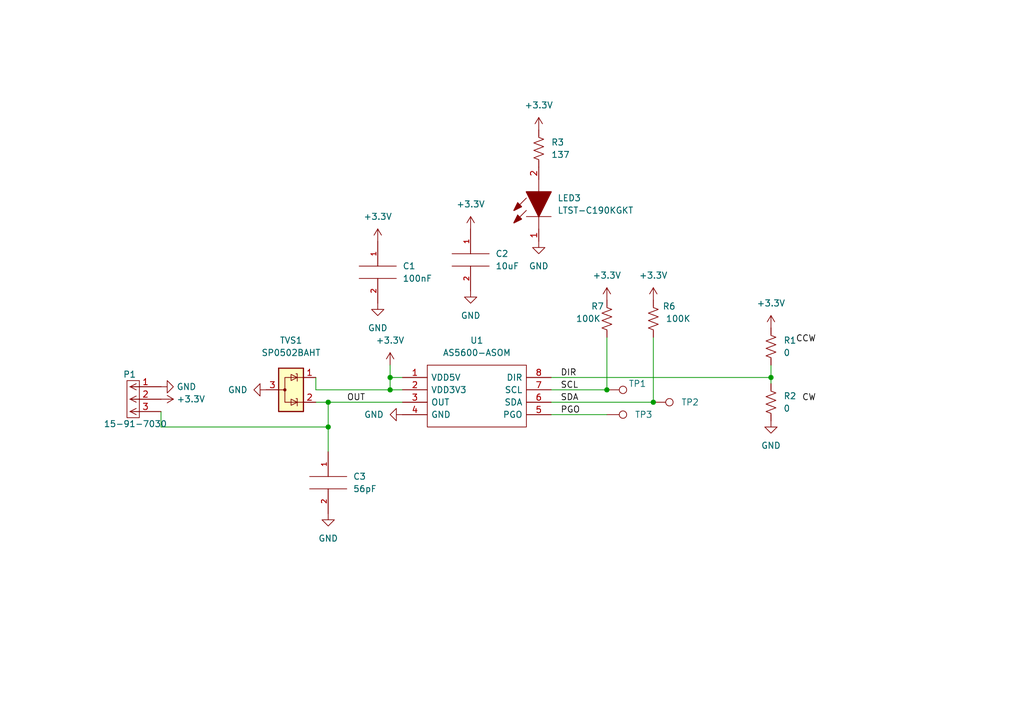
<source format=kicad_sch>
(kicad_sch (version 20230121) (generator eeschema)
  (paper "A5")
  (title_block (title "MAVcoder - Magnetic Shaft Encoder") (date "2023-03-06") (rev "3") (company "4272 Maverick Robotics"))
  (lib_symbols
    (symbol "Connector:TestPoint" (pin_numbers hide) (pin_names (offset 0.762) hide)
      (property "Reference" "TP" (at 0 6.858 0))
      (property "Value" "TestPoint" (at 0 5.08 0))
      (symbol "TestPoint_0_1"
        (circle (center 0 3.302) (radius 0.762))
      )
      (symbol "TestPoint_1_1"
        (pin passive line (at 0 0 90) (length 2.54) (name "1") (number "1"))
      )
    )
    (symbol "Device:R_US" (pin_numbers hide) (pin_names (offset 0))
      (property "Reference" "R" (at 2.54 0 90))
      (property "Value" "R_US" (at -2.54 0 90))
      (symbol "R_US_0_1"
        (polyline (pts (xy 0 -2.286) (xy 0 -2.54)))
        (polyline (pts (xy 0 2.286) (xy 0 2.54)))
        (polyline (pts (xy 0 -0.762) (xy 1.016 -1.143) (xy 0 -1.524) (xy -1.016 -1.905) (xy 0 -2.286)))
        (polyline (pts (xy 0 0.762) (xy 1.016 0.381) (xy 0 0) (xy -1.016 -0.381) (xy 0 -0.762)))
        (polyline (pts (xy 0 2.286) (xy 1.016 1.905) (xy 0 1.524) (xy -1.016 1.143) (xy 0 0.762)))
      )
      (symbol "R_US_1_1"
        (pin passive line (at 0 3.81 270) (length 1.27) (name "~") (number "1"))
        (pin passive line (at 0 -3.81 90) (length 1.27) (name "~") (number "2"))
      )
    )
    (symbol "Power_Protection:SP0502BAHT" (pin_names hide)
      (property "Reference" "D" (at 5.715 2.54 0))
      (property "Value" "SP0502BAHT" (at 5.715 0.635 0))
      (symbol "SP0502BAHT_0_0"
        (pin passive line (at 0 -5.08 90) (length 2.54) (name "A") (number "3"))
      )
      (symbol "SP0502BAHT_0_1"
        (rectangle (start -4.445 2.54) (end 4.445 -2.54) (stroke (width 0.254)) (fill (type background)))
        (circle (center 0 -1.27) (radius 0.254) (fill (type outline)))
        (polyline (pts (xy -2.54 2.54) (xy -2.54 1.27)))
        (polyline (pts (xy 0 -1.27) (xy 0 -2.54)))
        (polyline (pts (xy 2.54 2.54) (xy 2.54 1.27)))
        (polyline (pts (xy -3.302 1.016) (xy -3.302 1.27) (xy -1.905 1.27) (xy -1.778 1.27)))
        (polyline (pts (xy -2.54 1.27) (xy -2.54 -1.27) (xy 2.54 -1.27) (xy 2.54 1.27)))
        (polyline (pts (xy -2.54 1.27) (xy -1.905 0) (xy -3.175 0) (xy -2.54 1.27)))
        (polyline (pts (xy 1.778 1.016) (xy 1.778 1.27) (xy 3.175 1.27) (xy 3.302 1.27)))
        (polyline (pts (xy 2.54 1.27) (xy 1.905 0) (xy 3.175 0) (xy 2.54 1.27)))
      )
      (symbol "SP0502BAHT_1_1"
        (pin passive line (at -2.54 5.08 270) (length 2.54) (name "K") (number "1"))
        (pin passive line (at 2.54 5.08 270) (length 2.54) (name "K") (number "2"))
      )
    )
    (symbol "import:15-91-7030" (pin_names (offset 0.762))
      (property "Reference" "P?" (at 3.175 5.08 0))
      (property "Value" "15-91-7030" (at -6.985 -5.08 0))
      (symbol "15-91-7030_0_0"
        (pin passive line (at -1.27 2.54 0) (length 6.35) (name "") (number "1"))
        (pin passive line (at -1.27 0 0) (length 6.35) (name "") (number "2"))
        (pin passive line (at -1.27 -2.54 0) (length 6.35) (name "") (number "3"))
      )
      (symbol "15-91-7030_0_1"
        (polyline (pts (xy 5.08 -2.54) (xy 3.81 -3.175)))
        (polyline (pts (xy 5.08 -2.54) (xy 3.81 -1.905)))
        (polyline (pts (xy 5.08 0) (xy 3.81 -0.635)))
        (polyline (pts (xy 5.08 0) (xy 3.81 0.635)))
        (polyline (pts (xy 5.08 2.54) (xy 3.81 1.905)))
        (polyline (pts (xy 5.08 2.54) (xy 3.81 3.175)))
        (polyline (pts (xy 3.175 3.81) (xy 5.715 3.81) (xy 5.715 -3.81) (xy 3.175 -3.81) (xy 3.175 3.81)) (stroke (width 0.1524)))
      )
    )
    (symbol "import:AS5600-ASOM" (pin_names (offset 0.762))
      (property "Reference" "IC" (at 26.67 7.62 0))
      (property "Value" "AS5600-ASOM" (at 26.67 5.08 0))
      (symbol "AS5600-ASOM_0_0"
        (pin passive line (at 0 0 0) (length 5.08) (name "VDD5V") (number "1"))
        (pin passive line (at 0 -2.54 0) (length 5.08) (name "VDD3V3") (number "2"))
        (pin passive line (at 0 -5.08 0) (length 5.08) (name "OUT") (number "3"))
        (pin passive line (at 0 -7.62 0) (length 5.08) (name "GND") (number "4"))
        (pin passive line (at 30.48 -7.62 180) (length 5.08) (name "PGO") (number "5"))
        (pin passive line (at 30.48 -5.08 180) (length 5.08) (name "SDA") (number "6"))
        (pin passive line (at 30.48 -2.54 180) (length 5.08) (name "SCL") (number "7"))
        (pin passive line (at 30.48 0 180) (length 5.08) (name "DIR") (number "8"))
      )
      (symbol "AS5600-ASOM_0_1"
        (polyline (pts (xy 5.08 2.54) (xy 25.4 2.54) (xy 25.4 -10.16) (xy 5.08 -10.16) (xy 5.08 2.54)) (stroke (width 0.1524)))
      )
    )
    (symbol "import:LTST-C190KGKT" (pin_names (offset 0.762))
      (property "Reference" "LED" (at 12.7 8.89 0))
      (property "Value" "LTST-C190KGKT" (at 12.7 6.35 0))
      (symbol "LTST-C190KGKT_0_0"
        (pin passive line (at 0 0 0) (length 2.54) (name "~") (number "1"))
        (pin passive line (at 15.24 0 180) (length 2.54) (name "~") (number "2"))
      )
      (symbol "LTST-C190KGKT_0_1"
        (polyline (pts (xy 2.54 0) (xy 5.08 0)) (stroke (width 0.1524)))
        (polyline (pts (xy 5.08 2.54) (xy 5.08 -2.54)) (stroke (width 0.1524)))
        (polyline (pts (xy 6.35 2.54) (xy 3.81 5.08)) (stroke (width 0.1524)))
        (polyline (pts (xy 8.89 2.54) (xy 6.35 5.08)) (stroke (width 0.1524)))
        (polyline (pts (xy 10.16 0) (xy 12.7 0)) (stroke (width 0.1524)))
        (polyline (pts (xy 5.08 0) (xy 10.16 2.54) (xy 10.16 -2.54) (xy 5.08 0)) (stroke (width 0.254)) (fill (type outline)))
        (polyline (pts (xy 5.334 4.318) (xy 4.572 3.556) (xy 3.81 5.08) (xy 5.334 4.318)) (stroke (width 0.254)) (fill (type outline)))
        (polyline (pts (xy 7.874 4.318) (xy 7.112 3.556) (xy 6.35 5.08) (xy 7.874 4.318)) (stroke (width 0.254)) (fill (type outline)))
      )
    )
    (symbol "power:+3.3V" (power) (pin_names (offset 0))
      (property "Value" "+3.3V" (at 0 3.556 0))
      (symbol "+3.3V_0_1"
        (polyline (pts (xy -0.762 1.27) (xy 0 2.54)))
        (polyline (pts (xy 0 0) (xy 0 2.54)))
        (polyline (pts (xy 0 2.54) (xy 0.762 1.27)))
      )
      (symbol "+3.3V_1_1"
        (pin power_in line (at 0 0 90) (length 0) hide (name "+3.3V") (number "1"))
      )
    )
    (symbol "power:GND" (power) (pin_names (offset 0))
      (property "Value" "GND" (at 0 -3.81 0))
      (symbol "GND_0_1"
        (polyline (pts (xy 0 0) (xy 0 -1.27) (xy 1.27 -1.27) (xy 0 -2.54) (xy -1.27 -1.27) (xy 0 -1.27)))
      )
      (symbol "GND_1_1"
        (pin power_in line (at 0 0 270) (length 0) hide (name "GND") (number "1"))
      )
    )
    (symbol "pspice:C" (pin_names (offset 0.254))
      (property "Reference" "C" (at 2.54 3.81 90))
      (property "Value" "C" (at 2.54 -3.81 90))
      (symbol "C_0_1"
        (polyline (pts (xy -3.81 -1.27) (xy 3.81 -1.27)))
        (polyline (pts (xy -3.81 1.27) (xy 3.81 1.27)))
      )
      (symbol "C_1_1"
        (pin passive line (at 0 6.35 270) (length 5.08) (name "~") (number "1"))
        (pin passive line (at 0 -6.35 90) (length 5.08) (name "~") (number "2"))
      )
    )
    (symbol "pspice:CAP" (pin_names (offset 0.254))
      (property "Reference" "C" (at 2.54 3.81 90))
      (property "Value" "CAP" (at 2.54 -3.81 90))
      (symbol "CAP_0_1"
        (polyline (pts (xy -3.81 -1.27) (xy 3.81 -1.27)))
        (polyline (pts (xy -3.81 1.27) (xy 3.81 1.27)))
      )
      (symbol "CAP_1_1"
        (pin passive line (at 0 6.35 270) (length 5.08) (name "~") (number "1"))
        (pin passive line (at 0 -6.35 90) (length 5.08) (name "~") (number "2"))
      )
    )
  )
  (junction (at 158.115 77.47))
  (junction (at 124.46 80.01))
  (junction (at 80.01 80.01))
  (junction (at 80.01 77.47))
  (junction (at 67.31 87.63))
  (junction (at 67.31 82.55))
  (junction (at 133.985 82.55))
  (wire (pts (xy 80.01 80.01) (xy 64.77 80.01)))
  (wire (pts (xy 124.46 69.215) (xy 124.46 80.01)))
  (wire (pts (xy 133.985 82.55) (xy 133.985 69.215)))
  (wire (pts (xy 113.03 85.09) (xy 124.46 85.09)))
  (wire (pts (xy 158.115 77.47) (xy 158.115 78.74)))
  (wire (pts (xy 158.115 74.93) (xy 158.115 77.47)))
  (wire (pts (xy 67.31 87.63) (xy 67.31 92.71)))
  (wire (pts (xy 80.01 74.93) (xy 80.01 77.47)))
  (wire (pts (xy 33.02 84.455) (xy 33.02 87.63)))
  (wire (pts (xy 67.31 82.55) (xy 82.55 82.55)))
  (wire (pts (xy 82.55 80.01) (xy 80.01 80.01)))
  (wire (pts (xy 113.03 77.47) (xy 158.115 77.47)))
  (wire (pts (xy 113.03 80.01) (xy 124.46 80.01)))
  (wire (pts (xy 80.01 80.01) (xy 80.01 77.47)))
  (wire (pts (xy 67.31 82.55) (xy 67.31 87.63)))
  (wire (pts (xy 113.03 82.55) (xy 133.985 82.55)))
  (wire (pts (xy 80.01 77.47) (xy 82.55 77.47)))
  (wire (pts (xy 64.77 82.55) (xy 67.31 82.55)))
  (wire (pts (xy 64.77 80.01) (xy 64.77 77.47)))
  (wire (pts (xy 33.02 87.63) (xy 67.31 87.63)))
  (label "PGO" (at 114.935 85.09 0))
  (label "CW" (at 164.465 82.55 0))
  (label "SDA" (at 114.935 82.55 0))
  (label "SCL" (at 114.935 80.01 0))
  (label "OUT" (at 71.12 82.55 0))
  (label "CCW" (at 163.195 70.485 0))
  (label "DIR" (at 114.935 77.47 0))
  (symbol (lib_id "power:GND") (at 82.55 85.09 270) (unit 1)
    (property "Reference" "#PWR0106" (effects hide))
    (property "Value" "GND" (at 78.74 85.0899 90) (effects (justify right)))
  )
  (symbol (lib_id "power:+3.3V") (at 33.02 81.915 270) (unit 1)
    (property "Reference" "#PWR0113" (effects hide))
    (property "Value" "+3.3V" (at 36.195 81.9149 90) (effects (justify left)))
  )
  (symbol (lib_id "Power_Protection:SP0502BAHT") (at 59.69 80.01 270) (unit 1)
    (property "Reference" "TVS1" (at 59.69 69.85 90))
    (property "Value" "SP0502BAHT" (at 59.69 72.39 90))
    (property "Footprint" "Package_TO_SOT_SMD:SOT-23" (effects hide))
    (property "Datasheet" "http://www.littelfuse.com/~/media/files/littelfuse/technical%20resources/documents/data%20sheets/sp05xxba.pdf" (effects hide))
  )
  (symbol (lib_id "power:+3.3V") (at 158.115 67.31 0) (unit 1)
    (property "Reference" "#PWR0111" (effects hide))
    (property "Value" "+3.3V" (at 158.115 62.23 0))
  )
  (symbol (lib_id "Device:R_US") (at 158.115 71.12 0) (unit 1)
    (property "Reference" "R1" (at 160.655 69.8499 0) (effects (justify left)))
    (property "Value" "0" (at 160.655 72.3899 0) (effects (justify left)))
    (property "Footprint" "Resistor_SMD:R_0603_1608Metric_Pad0.98x0.95mm_HandSolder" (effects hide))
  )
  (symbol (lib_id "power:GND") (at 96.52 59.69 0) (unit 1)
    (property "Reference" "#PWR0103" (effects hide))
    (property "Value" "GND" (at 96.52 64.77 0))
  )
  (symbol (lib_id "Device:R_US") (at 110.49 30.48 0) (unit 1)
    (property "Reference" "R3" (at 113.03 29.2099 0) (effects (justify left)))
    (property "Value" "137" (at 113.03 31.7499 0) (effects (justify left)))
    (property "Footprint" "Resistor_SMD:R_0603_1608Metric_Pad0.98x0.95mm_HandSolder" (effects hide))
  )
  (symbol (lib_id "power:GND") (at 158.115 86.36 0) (unit 1)
    (property "Reference" "#PWR0110" (effects hide))
    (property "Value" "GND" (at 158.115 91.44 0))
  )
  (symbol (lib_id "Connector:TestPoint") (at 133.985 82.55 270) (unit 1)
    (property "Reference" "TP2" (at 139.7 82.5499 90) (effects (justify left)))
    (property "Value" "TestPoint" (effects hide))
    (property "Footprint" "TestPoint:TestPoint_THTPad_1.0x1.0mm_Drill0.5mm" (effects hide))
  )
  (symbol (lib_id "power:+3.3V") (at 80.01 74.93 0) (unit 1)
    (property "Reference" "#PWR0109" (effects hide))
    (property "Value" "+3.3V" (at 80.01 69.85 0))
  )
  (symbol (lib_id "power:GND") (at 110.49 49.53 0) (unit 1)
    (property "Reference" "#PWR0105" (effects hide))
    (property "Value" "GND" (at 110.49 54.61 0))
  )
  (symbol (lib_id "import:AS5600-ASOM") (at 82.55 77.47 0) (unit 1)
    (property "Reference" "U1" (at 97.79 69.85 0))
    (property "Value" "AS5600-ASOM" (at 97.79 72.39 0))
    (property "Footprint" "Package_SO:SOIC-8_3.9x4.9mm_P1.27mm" (effects hide))
    (property "Datasheet" "https://datasheet.datasheetarchive.com/originals/distributors/DKDS-11/214624.pdf" (effects hide))
    (property "Description" "IC SENSOR MAG ROTARY 12BIT 8SOIC" (effects hide))
    (property "Height" "1.75" (effects hide))
    (property "Mouser Part Number" "985-AS5600-ASOM" (effects hide))
    (property "Mouser Price/Stock" "https://www.mouser.co.uk/ProductDetail/ams/AS5600-ASOM?qs=KTMMzrZdriG6aU1h9lJCUQ%3D%3D" (effects hide))
    (property "Manufacturer_Name" "ams" (effects hide))
    (property "Manufacturer_Part_Number" "AS5600-ASOM" (effects hide))
  )
  (symbol (lib_id "import:LTST-C190KGKT") (at 110.49 49.53 90) (unit 1)
    (property "Reference" "LED3" (at 114.3 40.6399 90) (effects (justify right)))
    (property "Value" "LTST-C190KGKT" (at 114.3 43.1799 90) (effects (justify right)))
    (property "Footprint" "LED_SMD:LED_0603_1608Metric_Pad1.05x0.95mm_HandSolder" (effects hide))
    (property "Description" "Lite-On LTST-C190KGKT, 571 nm Green LED, 1608 (0603) SMD package" (effects hide))
    (property "Height" "0.8" (effects hide))
    (property "Mouser Part Number" "859-LTST-C190KGKT" (effects hide))
    (property "Mouser Price/Stock" "https://www.mouser.co.uk/ProductDetail/Lite-On/LTST-C190KGKT?qs=205qCy6M2Q%252BAdcgwUZktqw%3D%3D" (effects hide))
    (property "Manufacturer_Name" "Lite-On" (effects hide))
    (property "Manufacturer_Part_Number" "LTST-C190KGKT" (effects hide))
  )
  (symbol (lib_id "Connector:TestPoint") (at 124.46 85.09 270) (unit 1)
    (property "Reference" "TP3" (at 130.175 85.0899 90) (effects (justify left)))
    (property "Value" "TestPoint" (effects hide))
    (property "Footprint" "TestPoint:TestPoint_THTPad_1.0x1.0mm_Drill0.5mm" (effects hide))
  )
  (symbol (lib_id "power:+3.3V") (at 124.46 61.595 0) (unit 1)
    (property "Reference" "#PWR0116" (effects hide))
    (property "Value" "+3.3V" (at 124.46 56.515 0))
  )
  (symbol (lib_id "Device:R_US") (at 158.115 82.55 0) (unit 1)
    (property "Reference" "R2" (at 160.655 81.2799 0) (effects (justify left)))
    (property "Value" "0" (at 160.655 83.8199 0) (effects (justify left)))
    (property "Footprint" "Resistor_SMD:R_0603_1608Metric_Pad0.98x0.95mm_HandSolder" (effects hide))
  )
  (symbol (lib_id "power:GND") (at 33.02 79.375 90) (unit 1)
    (property "Reference" "#PWR0114" (effects hide))
    (property "Value" "GND" (at 36.195 79.3749 90) (effects (justify right)))
  )
  (symbol (lib_id "power:+3.3V") (at 77.47 49.53 0) (unit 1)
    (property "Reference" "#PWR0102" (effects hide))
    (property "Value" "+3.3V" (at 77.47 44.45 0))
  )
  (symbol (lib_id "Device:R_US") (at 133.985 65.405 180) (unit 1)
    (property "Reference" "R6" (at 135.89 62.865 0) (effects (justify right)))
    (property "Value" "100K" (at 136.525 65.405 0) (effects (justify right)))
    (property "Footprint" "Resistor_SMD:R_0603_1608Metric_Pad0.98x0.95mm_HandSolder" (effects hide))
  )
  (symbol (lib_id "Connector:TestPoint") (at 124.46 80.01 270) (unit 1)
    (property "Reference" "TP1" (at 128.905 78.74 90) (effects (justify left)))
    (property "Value" "TestPoint" (effects hide))
    (property "Footprint" "TestPoint:TestPoint_THTPad_1.0x1.0mm_Drill0.5mm" (effects hide))
  )
  (symbol (lib_id "pspice:CAP") (at 67.31 99.06 0) (unit 1)
    (property "Reference" "C3" (at 72.39 97.7899 0) (effects (justify left)))
    (property "Value" "56pF" (at 72.39 100.3299 0) (effects (justify left)))
    (property "Footprint" "Capacitor_SMD:C_0603_1608Metric_Pad1.08x0.95mm_HandSolder" (effects hide))
  )
  (symbol (lib_id "Device:R_US") (at 124.46 65.405 180) (unit 1)
    (property "Reference" "R7" (at 122.555 62.865 0))
    (property "Value" "100K" (at 120.65 65.405 0))
    (property "Footprint" "Resistor_SMD:R_0603_1608Metric_Pad0.98x0.95mm_HandSolder" (effects hide))
  )
  (symbol (lib_id "power:+3.3V") (at 110.49 26.67 0) (unit 1)
    (property "Reference" "#PWR0107" (effects hide))
    (property "Value" "+3.3V" (at 110.49 21.59 0))
  )
  (symbol (lib_id "power:GND") (at 77.47 62.23 0) (unit 1)
    (property "Reference" "#PWR0104" (effects hide))
    (property "Value" "GND" (at 77.47 67.31 0))
  )
  (symbol (lib_id "power:+3.3V") (at 96.52 46.99 0) (unit 1)
    (property "Reference" "#PWR0101" (effects hide))
    (property "Value" "+3.3V" (at 96.52 41.91 0))
  )
  (symbol (lib_id "pspice:C") (at 96.52 53.34 0) (unit 1)
    (property "Reference" "C2" (at 101.6 52.0699 0) (effects (justify left)))
    (property "Value" "10uF" (at 101.6 54.6099 0) (effects (justify left)))
    (property "Footprint" "Capacitor_SMD:C_0805_2012Metric_Pad1.18x1.45mm_HandSolder" (effects hide))
  )
  (symbol (lib_id "pspice:C") (at 77.47 55.88 0) (unit 1)
    (property "Reference" "C1" (at 82.55 54.6099 0) (effects (justify left)))
    (property "Value" "100nF" (at 82.55 57.1499 0) (effects (justify left)))
    (property "Footprint" "Capacitor_SMD:C_0603_1608Metric_Pad1.08x0.95mm_HandSolder" (effects hide))
  )
  (symbol (lib_id "power:GND") (at 67.31 105.41 0) (unit 1)
    (property "Reference" "#PWR0115" (effects hide))
    (property "Value" "GND" (at 67.31 110.49 0))
  )
  (symbol (lib_id "power:+3.3V") (at 133.985 61.595 0) (unit 1)
    (property "Reference" "#PWR0112" (effects hide))
    (property "Value" "+3.3V" (at 133.985 56.515 0))
  )
  (symbol (lib_id "import:15-91-7030") (at 31.75 81.915 0) (mirror y) (unit 1)
    (property "Reference" "P1" (at 27.94 76.835 0) (effects (justify left)))
    (property "Value" "15-91-7030" (at 34.29 86.995 0) (effects (justify left)))
    (property "Footprint" "Library Loader:705550037" (effects hide))
    (property "Datasheet" "https://componentsearchengine.com/Datasheets/1/15-91-7030.pdf" (effects hide))
    (property "Description" "2.54mm Pitch SL Wire-to-Board Header, Low Profile, Surface Mount, Single Row, Right-Angle, 3.05mm Pocket, Shrouded, with Press-fit Plastic Peg,  Circuits, Tin (Sn) Plating, Embossed Tape Packaging" (effects hide))
    (property "Height" "7.38" (effects hide))
    (property "Mouser Part Number" "538-15-91-7030" (effects hide))
    (property "Mouser Price/Stock" "https://www.mouser.com/Search/Refine.aspx?Keyword=538-15-91-7030" (effects hide))
    (property "Manufacturer_Name" "Molex" (effects hide))
    (property "Manufacturer_Part_Number" "15-91-7030" (effects hide))
  )
  (symbol (lib_id "power:GND") (at 54.61 80.01 270) (unit 1)
    (property "Reference" "#PWR0108" (effects hide))
    (property "Value" "GND" (at 50.8 80.0099 90) (effects (justify right)))
  )
)
</source>
